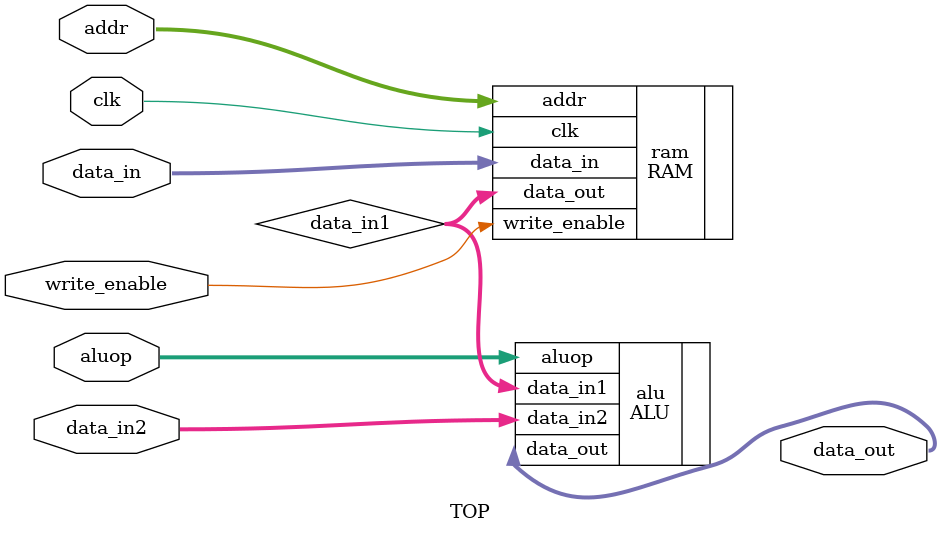
<source format=v>
`include "src-lc/alu.v"
`include "src-lc/ram.v"

module TOP (
    input clk,
    input write_enable,
    input [31:0] addr,
    input[31:0] data_in,
    input [3:0] aluop,
    input [31:0] data_in2,
    output [31:0] data_out
);
    wire [31:0] data_in1;
    RAM ram(.clk(clk), .write_enable(write_enable), .addr(addr), .data_in(data_in), .data_out(data_in1));
    ALU alu(.aluop(aluop), .data_in1(data_in1), .data_in2(data_in2), .data_out(data_out));
endmodule
</source>
